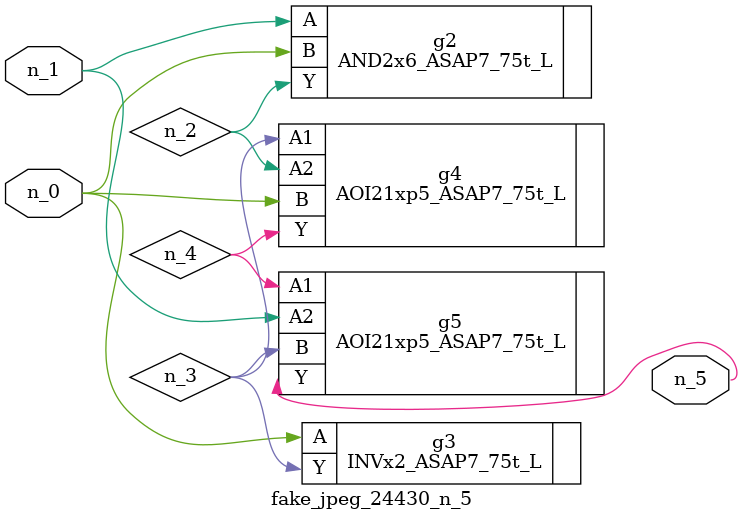
<source format=v>
module fake_jpeg_24430_n_5 (n_0, n_1, n_5);

input n_0;
input n_1;

output n_5;

wire n_2;
wire n_3;
wire n_4;

AND2x6_ASAP7_75t_L g2 ( 
.A(n_1),
.B(n_0),
.Y(n_2)
);

INVx2_ASAP7_75t_L g3 ( 
.A(n_0),
.Y(n_3)
);

AOI21xp5_ASAP7_75t_L g4 ( 
.A1(n_3),
.A2(n_2),
.B(n_0),
.Y(n_4)
);

AOI21xp5_ASAP7_75t_L g5 ( 
.A1(n_4),
.A2(n_1),
.B(n_3),
.Y(n_5)
);


endmodule
</source>
